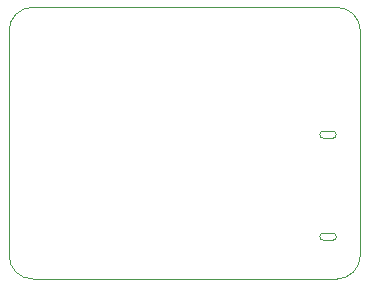
<source format=gm1>
G04 #@! TF.GenerationSoftware,KiCad,Pcbnew,9.0.1*
G04 #@! TF.CreationDate,2025-04-15T14:17:19+12:00*
G04 #@! TF.ProjectId,ESPFlash,45535046-6c61-4736-982e-6b696361645f,rev?*
G04 #@! TF.SameCoordinates,Original*
G04 #@! TF.FileFunction,Profile,NP*
%FSLAX46Y46*%
G04 Gerber Fmt 4.6, Leading zero omitted, Abs format (unit mm)*
G04 Created by KiCad (PCBNEW 9.0.1) date 2025-04-15 14:17:19*
%MOMM*%
%LPD*%
G01*
G04 APERTURE LIST*
G04 #@! TA.AperFunction,Profile*
%ADD10C,0.038100*%
G04 #@! TD*
G04 #@! TA.AperFunction,Profile*
%ADD11C,0.010000*%
G04 #@! TD*
G04 APERTURE END LIST*
D10*
X66750000Y-42250000D02*
G75*
G02*
X64750000Y-44250000I-2000000J0D01*
G01*
X64750000Y-44250000D02*
X39000000Y-44250000D01*
X66750000Y-23250000D02*
X66750000Y-42250000D01*
X37000000Y-42250000D02*
X37000000Y-23250000D01*
X39000000Y-21250000D02*
X64750000Y-21250000D01*
X37000000Y-23250000D02*
G75*
G02*
X39000000Y-21250000I2000000J0D01*
G01*
X39000000Y-44250000D02*
G75*
G02*
X37000000Y-42250000I0J2000000D01*
G01*
X64750000Y-21250000D02*
G75*
G02*
X66750000Y-23250000I0J-2000000D01*
G01*
D11*
X63612500Y-31732500D02*
X64412500Y-31732500D01*
X63612500Y-40372500D02*
X64412500Y-40372500D01*
X64412500Y-32332500D02*
X63612500Y-32332500D01*
X64412500Y-40972500D02*
X63612500Y-40972500D01*
X63312500Y-32032500D02*
G75*
G02*
X63612500Y-31732500I300000J0D01*
G01*
X63312500Y-40672500D02*
G75*
G02*
X63612500Y-40372500I300000J0D01*
G01*
X63612500Y-32332500D02*
G75*
G02*
X63312500Y-32032500I0J300000D01*
G01*
X63612500Y-40972500D02*
G75*
G02*
X63312500Y-40672500I0J300000D01*
G01*
X64412500Y-31732500D02*
G75*
G02*
X64712500Y-32032500I0J-300000D01*
G01*
X64412500Y-40372500D02*
G75*
G02*
X64712500Y-40672500I0J-300000D01*
G01*
X64712500Y-32032500D02*
G75*
G02*
X64412500Y-32332500I-300000J0D01*
G01*
X64712500Y-40672500D02*
G75*
G02*
X64412500Y-40972500I-300000J0D01*
G01*
M02*

</source>
